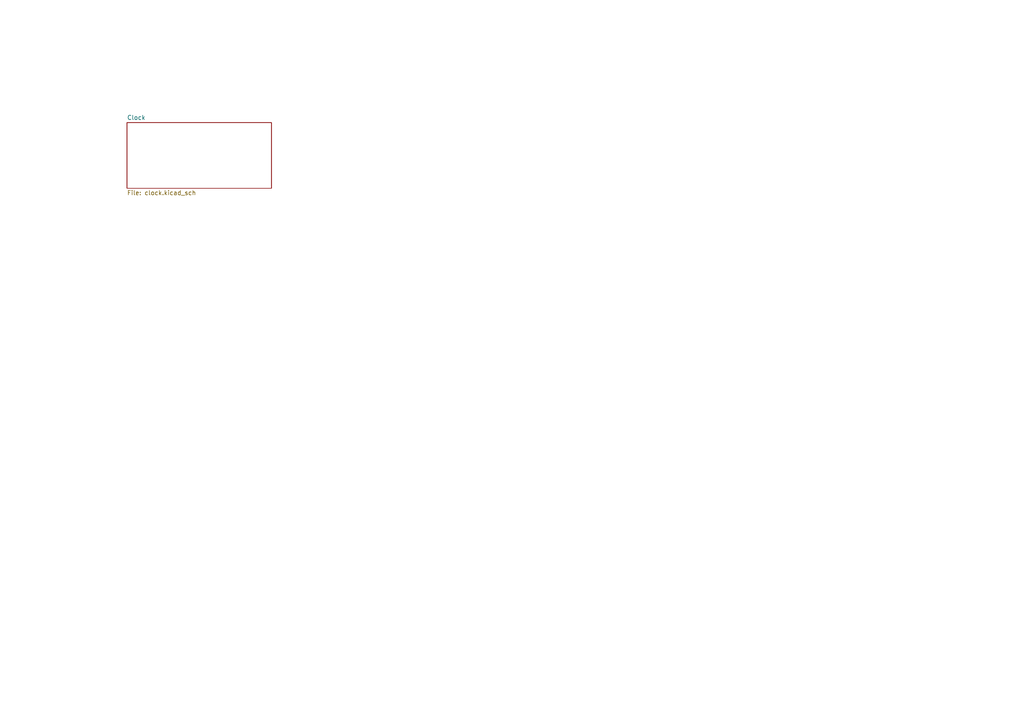
<source format=kicad_sch>
(kicad_sch (version 20230121) (generator eeschema)
  (paper "A4")
  (lib_symbols)
  (sheet (at 36.83 35.56) (size 41.91 19.05) (stroke (width 0.1524))
    (property "Sheetname" "Clock" (at 36.83 34.8484 0) (effects (justify left bottom)))
    (property "Sheetfile" "clock.kicad_sch" (at 36.83 55.1946 0) (effects (justify left top)))
  )
)
</source>
